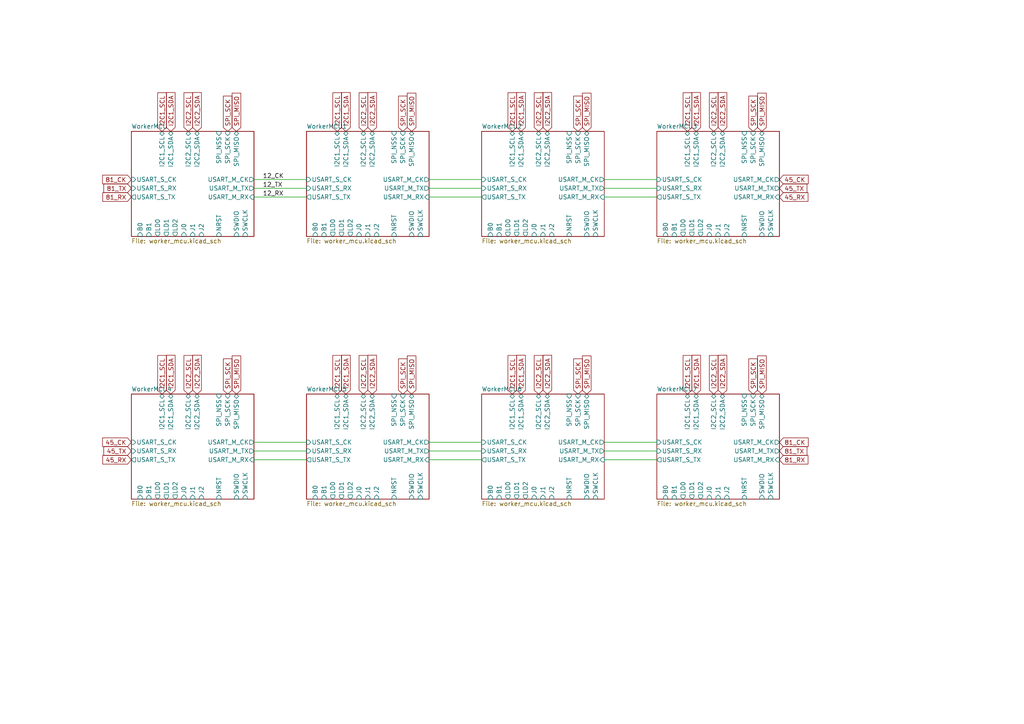
<source format=kicad_sch>
(kicad_sch
	(version 20250114)
	(generator "eeschema")
	(generator_version "9.0")
	(uuid "46be8da2-71c9-430f-bb11-49b740d55c30")
	(paper "A4")
	(lib_symbols)
	(wire
		(pts
			(xy 73.66 54.61) (xy 88.9 54.61)
		)
		(stroke
			(width 0)
			(type default)
		)
		(uuid "061c04fb-12a2-45ea-887d-b2831dc27386")
	)
	(wire
		(pts
			(xy 124.46 130.81) (xy 139.7 130.81)
		)
		(stroke
			(width 0)
			(type default)
		)
		(uuid "1389d054-3859-4dff-b7be-71d272c38a81")
	)
	(wire
		(pts
			(xy 124.46 57.15) (xy 139.7 57.15)
		)
		(stroke
			(width 0)
			(type default)
		)
		(uuid "17e414df-b4cb-4a44-a6b5-1101110ea06d")
	)
	(wire
		(pts
			(xy 175.26 54.61) (xy 190.5 54.61)
		)
		(stroke
			(width 0)
			(type default)
		)
		(uuid "25cd62ed-efb3-458b-99f7-c70ebdd7d658")
	)
	(wire
		(pts
			(xy 73.66 130.81) (xy 88.9 130.81)
		)
		(stroke
			(width 0)
			(type default)
		)
		(uuid "27bb50f6-efb4-4736-966e-e6e6cc7bc8ac")
	)
	(wire
		(pts
			(xy 124.46 52.07) (xy 139.7 52.07)
		)
		(stroke
			(width 0)
			(type default)
		)
		(uuid "3049164c-0e1d-41e3-bfe7-eabcc0e2df26")
	)
	(wire
		(pts
			(xy 175.26 57.15) (xy 190.5 57.15)
		)
		(stroke
			(width 0)
			(type default)
		)
		(uuid "3493f5b6-a49a-4ed9-8cdb-7e5b399b6196")
	)
	(wire
		(pts
			(xy 73.66 52.07) (xy 88.9 52.07)
		)
		(stroke
			(width 0)
			(type default)
		)
		(uuid "36f8a9b5-7d60-4893-af07-121304ad9b99")
	)
	(wire
		(pts
			(xy 73.66 57.15) (xy 88.9 57.15)
		)
		(stroke
			(width 0)
			(type default)
		)
		(uuid "4ddc2886-d561-4263-a3ae-4385c4834c94")
	)
	(wire
		(pts
			(xy 124.46 54.61) (xy 139.7 54.61)
		)
		(stroke
			(width 0)
			(type default)
		)
		(uuid "6b16f60a-78aa-4fe3-a082-6fbda311ef2f")
	)
	(wire
		(pts
			(xy 175.26 130.81) (xy 190.5 130.81)
		)
		(stroke
			(width 0)
			(type default)
		)
		(uuid "7a89f2f2-4360-49c2-b92d-6dd3ea2530a4")
	)
	(wire
		(pts
			(xy 175.26 52.07) (xy 190.5 52.07)
		)
		(stroke
			(width 0)
			(type default)
		)
		(uuid "80888ca1-9cd8-498e-bd5a-b567e532cca9")
	)
	(wire
		(pts
			(xy 175.26 133.35) (xy 190.5 133.35)
		)
		(stroke
			(width 0)
			(type default)
		)
		(uuid "8f984353-dd9f-4a8d-9ac8-77237d038299")
	)
	(wire
		(pts
			(xy 124.46 128.27) (xy 139.7 128.27)
		)
		(stroke
			(width 0)
			(type default)
		)
		(uuid "90634859-acc1-4ab5-a7a6-c0c509d01b46")
	)
	(wire
		(pts
			(xy 175.26 128.27) (xy 190.5 128.27)
		)
		(stroke
			(width 0)
			(type default)
		)
		(uuid "9d99e24f-48a5-43a2-a260-d4df43ecbb6c")
	)
	(wire
		(pts
			(xy 124.46 133.35) (xy 139.7 133.35)
		)
		(stroke
			(width 0)
			(type default)
		)
		(uuid "a0704a41-9539-42aa-92a5-0af33e1d580f")
	)
	(wire
		(pts
			(xy 73.66 128.27) (xy 88.9 128.27)
		)
		(stroke
			(width 0)
			(type default)
		)
		(uuid "c02d04ca-99bd-4ca0-b8cd-607b93f18a4b")
	)
	(wire
		(pts
			(xy 73.66 133.35) (xy 88.9 133.35)
		)
		(stroke
			(width 0)
			(type default)
		)
		(uuid "c3f23790-82d0-4400-9bc2-39ad6bbdce66")
	)
	(label "12_TX"
		(at 76.2 54.61 0)
		(effects
			(font
				(size 1.27 1.27)
			)
			(justify left bottom)
		)
		(uuid "1ddf2199-de57-4fa7-b017-2ed7fe074e33")
	)
	(label "12_CK"
		(at 76.2 52.07 0)
		(effects
			(font
				(size 1.27 1.27)
			)
			(justify left bottom)
		)
		(uuid "f03c397c-8eab-4de0-98c8-01b472abd922")
	)
	(label "12_RX"
		(at 76.2 57.15 0)
		(effects
			(font
				(size 1.27 1.27)
			)
			(justify left bottom)
		)
		(uuid "fcba7de3-8e7b-402a-837e-c48c3350b3f0")
	)
	(global_label "SPI_MISO"
		(shape input)
		(at 170.18 38.1 90)
		(fields_autoplaced yes)
		(effects
			(font
				(size 1.27 1.27)
			)
			(justify left)
		)
		(uuid "00111e11-9197-4cf8-823b-26620642d8ea")
		(property "Intersheetrefs" "${INTERSHEET_REFS}"
			(at 170.18 26.4667 90)
			(effects
				(font
					(size 1.27 1.27)
				)
				(justify left)
				(hide yes)
			)
		)
	)
	(global_label "81_TX"
		(shape input)
		(at 226.06 130.81 0)
		(fields_autoplaced yes)
		(effects
			(font
				(size 1.27 1.27)
			)
			(justify left)
		)
		(uuid "0cef9cbe-9b8b-4c3e-9541-0d0be4ad1d36")
		(property "Intersheetrefs" "${INTERSHEET_REFS}"
			(at 234.6089 130.81 0)
			(effects
				(font
					(size 1.27 1.27)
				)
				(justify left)
				(hide yes)
			)
		)
	)
	(global_label "81_CK"
		(shape input)
		(at 226.06 128.27 0)
		(fields_autoplaced yes)
		(effects
			(font
				(size 1.27 1.27)
			)
			(justify left)
		)
		(uuid "0f53f212-f32e-47fd-bf5c-46e6ce3a1b7a")
		(property "Intersheetrefs" "${INTERSHEET_REFS}"
			(at 234.9718 128.27 0)
			(effects
				(font
					(size 1.27 1.27)
				)
				(justify left)
				(hide yes)
			)
		)
	)
	(global_label "I2C2_SDA"
		(shape input)
		(at 57.15 38.1 90)
		(fields_autoplaced yes)
		(effects
			(font
				(size 1.27 1.27)
			)
			(justify left)
		)
		(uuid "105f2a45-7db4-4795-8b2c-53d9b60a8058")
		(property "Intersheetrefs" "${INTERSHEET_REFS}"
			(at 57.15 26.2853 90)
			(effects
				(font
					(size 1.27 1.27)
				)
				(justify left)
				(hide yes)
			)
		)
	)
	(global_label "I2C2_SCL"
		(shape input)
		(at 156.21 38.1 90)
		(fields_autoplaced yes)
		(effects
			(font
				(size 1.27 1.27)
			)
			(justify left)
		)
		(uuid "185891da-0c34-4a7f-b704-bd548fc18708")
		(property "Intersheetrefs" "${INTERSHEET_REFS}"
			(at 156.21 26.3458 90)
			(effects
				(font
					(size 1.27 1.27)
				)
				(justify left)
				(hide yes)
			)
		)
	)
	(global_label "SPI_MISO"
		(shape input)
		(at 220.98 114.3 90)
		(fields_autoplaced yes)
		(effects
			(font
				(size 1.27 1.27)
			)
			(justify left)
		)
		(uuid "23d0fe79-2bd1-4eaf-a142-eeaec3835d22")
		(property "Intersheetrefs" "${INTERSHEET_REFS}"
			(at 220.98 102.6667 90)
			(effects
				(font
					(size 1.27 1.27)
				)
				(justify left)
				(hide yes)
			)
		)
	)
	(global_label "I2C1_SCL"
		(shape input)
		(at 199.39 114.3 90)
		(fields_autoplaced yes)
		(effects
			(font
				(size 1.27 1.27)
			)
			(justify left)
		)
		(uuid "255b7d42-2ffb-472d-a46c-746c45b734ba")
		(property "Intersheetrefs" "${INTERSHEET_REFS}"
			(at 199.39 102.5458 90)
			(effects
				(font
					(size 1.27 1.27)
				)
				(justify left)
				(hide yes)
			)
		)
	)
	(global_label "SPI_MISO"
		(shape input)
		(at 220.98 38.1 90)
		(fields_autoplaced yes)
		(effects
			(font
				(size 1.27 1.27)
			)
			(justify left)
		)
		(uuid "2562ab1a-f55d-4b38-be48-0c0a30e4c7cf")
		(property "Intersheetrefs" "${INTERSHEET_REFS}"
			(at 220.98 26.4667 90)
			(effects
				(font
					(size 1.27 1.27)
				)
				(justify left)
				(hide yes)
			)
		)
	)
	(global_label "81_RX"
		(shape input)
		(at 38.1 57.15 180)
		(fields_autoplaced yes)
		(effects
			(font
				(size 1.27 1.27)
			)
			(justify right)
		)
		(uuid "268ff9ff-efb5-4b1d-8e39-78e21900c671")
		(property "Intersheetrefs" "${INTERSHEET_REFS}"
			(at 29.2487 57.15 0)
			(effects
				(font
					(size 1.27 1.27)
				)
				(justify right)
				(hide yes)
			)
		)
	)
	(global_label "SPI_MISO"
		(shape input)
		(at 68.58 38.1 90)
		(fields_autoplaced yes)
		(effects
			(font
				(size 1.27 1.27)
			)
			(justify left)
		)
		(uuid "29ff74b9-50e3-4421-96a7-205dde52e993")
		(property "Intersheetrefs" "${INTERSHEET_REFS}"
			(at 68.58 26.4667 90)
			(effects
				(font
					(size 1.27 1.27)
				)
				(justify left)
				(hide yes)
			)
		)
	)
	(global_label "I2C1_SDA"
		(shape input)
		(at 100.33 38.1 90)
		(fields_autoplaced yes)
		(effects
			(font
				(size 1.27 1.27)
			)
			(justify left)
		)
		(uuid "2ecdf230-66ba-41f7-ba91-bbb8588dc061")
		(property "Intersheetrefs" "${INTERSHEET_REFS}"
			(at 100.33 26.2853 90)
			(effects
				(font
					(size 1.27 1.27)
				)
				(justify left)
				(hide yes)
			)
		)
	)
	(global_label "45_RX"
		(shape input)
		(at 226.06 57.15 0)
		(fields_autoplaced yes)
		(effects
			(font
				(size 1.27 1.27)
			)
			(justify left)
		)
		(uuid "34711645-1aa4-481c-85a9-cd9429f3ef06")
		(property "Intersheetrefs" "${INTERSHEET_REFS}"
			(at 234.9113 57.15 0)
			(effects
				(font
					(size 1.27 1.27)
				)
				(justify left)
				(hide yes)
			)
		)
	)
	(global_label "I2C2_SDA"
		(shape input)
		(at 209.55 38.1 90)
		(fields_autoplaced yes)
		(effects
			(font
				(size 1.27 1.27)
			)
			(justify left)
		)
		(uuid "37ce2b9f-b816-457e-8e4d-45380260f28f")
		(property "Intersheetrefs" "${INTERSHEET_REFS}"
			(at 209.55 26.2853 90)
			(effects
				(font
					(size 1.27 1.27)
				)
				(justify left)
				(hide yes)
			)
		)
	)
	(global_label "I2C1_SDA"
		(shape input)
		(at 100.33 114.3 90)
		(fields_autoplaced yes)
		(effects
			(font
				(size 1.27 1.27)
			)
			(justify left)
		)
		(uuid "3d7a1bce-129b-46e1-85f9-22585b93c9c3")
		(property "Intersheetrefs" "${INTERSHEET_REFS}"
			(at 100.33 102.4853 90)
			(effects
				(font
					(size 1.27 1.27)
				)
				(justify left)
				(hide yes)
			)
		)
	)
	(global_label "81_CK"
		(shape input)
		(at 38.1 52.07 180)
		(fields_autoplaced yes)
		(effects
			(font
				(size 1.27 1.27)
			)
			(justify right)
		)
		(uuid "415b4f17-1077-4229-9217-04f40fb3e3c2")
		(property "Intersheetrefs" "${INTERSHEET_REFS}"
			(at 29.1882 52.07 0)
			(effects
				(font
					(size 1.27 1.27)
				)
				(justify right)
				(hide yes)
			)
		)
	)
	(global_label "81_RX"
		(shape input)
		(at 226.06 133.35 0)
		(fields_autoplaced yes)
		(effects
			(font
				(size 1.27 1.27)
			)
			(justify left)
		)
		(uuid "47a17986-25d1-4c49-806e-e22726b2e084")
		(property "Intersheetrefs" "${INTERSHEET_REFS}"
			(at 234.9113 133.35 0)
			(effects
				(font
					(size 1.27 1.27)
				)
				(justify left)
				(hide yes)
			)
		)
	)
	(global_label "I2C2_SDA"
		(shape input)
		(at 209.55 114.3 90)
		(fields_autoplaced yes)
		(effects
			(font
				(size 1.27 1.27)
			)
			(justify left)
		)
		(uuid "4823a591-ff91-402c-8f58-b0fcdd6b2b1b")
		(property "Intersheetrefs" "${INTERSHEET_REFS}"
			(at 209.55 102.4853 90)
			(effects
				(font
					(size 1.27 1.27)
				)
				(justify left)
				(hide yes)
			)
		)
	)
	(global_label "45_TX"
		(shape input)
		(at 226.06 54.61 0)
		(fields_autoplaced yes)
		(effects
			(font
				(size 1.27 1.27)
			)
			(justify left)
		)
		(uuid "4ca4a6fd-4f15-43f7-a110-1073c69c5cfd")
		(property "Intersheetrefs" "${INTERSHEET_REFS}"
			(at 234.6089 54.61 0)
			(effects
				(font
					(size 1.27 1.27)
				)
				(justify left)
				(hide yes)
			)
		)
	)
	(global_label "I2C1_SCL"
		(shape input)
		(at 97.79 38.1 90)
		(fields_autoplaced yes)
		(effects
			(font
				(size 1.27 1.27)
			)
			(justify left)
		)
		(uuid "4fe4c3b2-ad32-46b6-8ce1-04e0eeed0a4c")
		(property "Intersheetrefs" "${INTERSHEET_REFS}"
			(at 97.79 26.3458 90)
			(effects
				(font
					(size 1.27 1.27)
				)
				(justify left)
				(hide yes)
			)
		)
	)
	(global_label "I2C2_SCL"
		(shape input)
		(at 54.61 114.3 90)
		(fields_autoplaced yes)
		(effects
			(font
				(size 1.27 1.27)
			)
			(justify left)
		)
		(uuid "52d6b542-184e-4a2d-b64e-91fdc59077b1")
		(property "Intersheetrefs" "${INTERSHEET_REFS}"
			(at 54.61 102.5458 90)
			(effects
				(font
					(size 1.27 1.27)
				)
				(justify left)
				(hide yes)
			)
		)
	)
	(global_label "45_RX"
		(shape input)
		(at 38.1 133.35 180)
		(fields_autoplaced yes)
		(effects
			(font
				(size 1.27 1.27)
			)
			(justify right)
		)
		(uuid "5f071489-bff3-4363-a4b5-13b94e0905fb")
		(property "Intersheetrefs" "${INTERSHEET_REFS}"
			(at 29.2487 133.35 0)
			(effects
				(font
					(size 1.27 1.27)
				)
				(justify right)
				(hide yes)
			)
		)
	)
	(global_label "I2C2_SDA"
		(shape input)
		(at 57.15 114.3 90)
		(fields_autoplaced yes)
		(effects
			(font
				(size 1.27 1.27)
			)
			(justify left)
		)
		(uuid "6395b26f-812c-4468-8910-23063c4c7be1")
		(property "Intersheetrefs" "${INTERSHEET_REFS}"
			(at 57.15 102.4853 90)
			(effects
				(font
					(size 1.27 1.27)
				)
				(justify left)
				(hide yes)
			)
		)
	)
	(global_label "81_TX"
		(shape input)
		(at 38.1 54.61 180)
		(fields_autoplaced yes)
		(effects
			(font
				(size 1.27 1.27)
			)
			(justify right)
		)
		(uuid "6b53ba92-4988-4965-9bf9-056483bb8091")
		(property "Intersheetrefs" "${INTERSHEET_REFS}"
			(at 29.5511 54.61 0)
			(effects
				(font
					(size 1.27 1.27)
				)
				(justify right)
				(hide yes)
			)
		)
	)
	(global_label "SPI_SCK"
		(shape input)
		(at 66.04 38.1 90)
		(fields_autoplaced yes)
		(effects
			(font
				(size 1.27 1.27)
			)
			(justify left)
		)
		(uuid "6b69ca1f-4430-4644-8379-7163f9fc262b")
		(property "Intersheetrefs" "${INTERSHEET_REFS}"
			(at 66.04 27.3134 90)
			(effects
				(font
					(size 1.27 1.27)
				)
				(justify left)
				(hide yes)
			)
		)
	)
	(global_label "I2C2_SCL"
		(shape input)
		(at 156.21 114.3 90)
		(fields_autoplaced yes)
		(effects
			(font
				(size 1.27 1.27)
			)
			(justify left)
		)
		(uuid "738e365f-2453-4e07-bc43-9723d96481b4")
		(property "Intersheetrefs" "${INTERSHEET_REFS}"
			(at 156.21 102.5458 90)
			(effects
				(font
					(size 1.27 1.27)
				)
				(justify left)
				(hide yes)
			)
		)
	)
	(global_label "I2C1_SDA"
		(shape input)
		(at 49.53 38.1 90)
		(fields_autoplaced yes)
		(effects
			(font
				(size 1.27 1.27)
			)
			(justify left)
		)
		(uuid "767042b2-ed90-4aa6-b924-1b58d725c80a")
		(property "Intersheetrefs" "${INTERSHEET_REFS}"
			(at 49.53 26.2853 90)
			(effects
				(font
					(size 1.27 1.27)
				)
				(justify left)
				(hide yes)
			)
		)
	)
	(global_label "I2C2_SCL"
		(shape input)
		(at 207.01 114.3 90)
		(fields_autoplaced yes)
		(effects
			(font
				(size 1.27 1.27)
			)
			(justify left)
		)
		(uuid "7df19afa-3693-4361-9c9d-69d3e0391f07")
		(property "Intersheetrefs" "${INTERSHEET_REFS}"
			(at 207.01 102.5458 90)
			(effects
				(font
					(size 1.27 1.27)
				)
				(justify left)
				(hide yes)
			)
		)
	)
	(global_label "SPI_MISO"
		(shape input)
		(at 170.18 114.3 90)
		(fields_autoplaced yes)
		(effects
			(font
				(size 1.27 1.27)
			)
			(justify left)
		)
		(uuid "7e35b9fd-367b-40f6-b7f3-c4b2c395ac7f")
		(property "Intersheetrefs" "${INTERSHEET_REFS}"
			(at 170.18 102.6667 90)
			(effects
				(font
					(size 1.27 1.27)
				)
				(justify left)
				(hide yes)
			)
		)
	)
	(global_label "I2C1_SCL"
		(shape input)
		(at 199.39 38.1 90)
		(fields_autoplaced yes)
		(effects
			(font
				(size 1.27 1.27)
			)
			(justify left)
		)
		(uuid "81ade761-7b82-479d-9d24-6f5b5db11096")
		(property "Intersheetrefs" "${INTERSHEET_REFS}"
			(at 199.39 26.3458 90)
			(effects
				(font
					(size 1.27 1.27)
				)
				(justify left)
				(hide yes)
			)
		)
	)
	(global_label "I2C2_SDA"
		(shape input)
		(at 158.75 38.1 90)
		(fields_autoplaced yes)
		(effects
			(font
				(size 1.27 1.27)
			)
			(justify left)
		)
		(uuid "83bb66d6-a6bb-4d9e-8035-3e34c887fdc3")
		(property "Intersheetrefs" "${INTERSHEET_REFS}"
			(at 158.75 26.2853 90)
			(effects
				(font
					(size 1.27 1.27)
				)
				(justify left)
				(hide yes)
			)
		)
	)
	(global_label "SPI_SCK"
		(shape input)
		(at 218.44 114.3 90)
		(fields_autoplaced yes)
		(effects
			(font
				(size 1.27 1.27)
			)
			(justify left)
		)
		(uuid "8422565a-4f7b-4df3-9099-c178c4617867")
		(property "Intersheetrefs" "${INTERSHEET_REFS}"
			(at 218.44 103.5134 90)
			(effects
				(font
					(size 1.27 1.27)
				)
				(justify left)
				(hide yes)
			)
		)
	)
	(global_label "I2C1_SDA"
		(shape input)
		(at 201.93 38.1 90)
		(fields_autoplaced yes)
		(effects
			(font
				(size 1.27 1.27)
			)
			(justify left)
		)
		(uuid "84ff97e4-25b3-4662-8441-211c5a663df8")
		(property "Intersheetrefs" "${INTERSHEET_REFS}"
			(at 201.93 26.2853 90)
			(effects
				(font
					(size 1.27 1.27)
				)
				(justify left)
				(hide yes)
			)
		)
	)
	(global_label "SPI_SCK"
		(shape input)
		(at 167.64 114.3 90)
		(fields_autoplaced yes)
		(effects
			(font
				(size 1.27 1.27)
			)
			(justify left)
		)
		(uuid "8795d486-328a-4c57-8bc2-3e19568ee41a")
		(property "Intersheetrefs" "${INTERSHEET_REFS}"
			(at 167.64 103.5134 90)
			(effects
				(font
					(size 1.27 1.27)
				)
				(justify left)
				(hide yes)
			)
		)
	)
	(global_label "SPI_SCK"
		(shape input)
		(at 116.84 114.3 90)
		(fields_autoplaced yes)
		(effects
			(font
				(size 1.27 1.27)
			)
			(justify left)
		)
		(uuid "89badea5-df31-4c30-988e-6038e8b0c129")
		(property "Intersheetrefs" "${INTERSHEET_REFS}"
			(at 116.84 103.5134 90)
			(effects
				(font
					(size 1.27 1.27)
				)
				(justify left)
				(hide yes)
			)
		)
	)
	(global_label "SPI_SCK"
		(shape input)
		(at 218.44 38.1 90)
		(fields_autoplaced yes)
		(effects
			(font
				(size 1.27 1.27)
			)
			(justify left)
		)
		(uuid "8d40a0d5-de3e-4a84-a25b-ddf237e8eb6f")
		(property "Intersheetrefs" "${INTERSHEET_REFS}"
			(at 218.44 27.3134 90)
			(effects
				(font
					(size 1.27 1.27)
				)
				(justify left)
				(hide yes)
			)
		)
	)
	(global_label "I2C1_SCL"
		(shape input)
		(at 46.99 38.1 90)
		(fields_autoplaced yes)
		(effects
			(font
				(size 1.27 1.27)
			)
			(justify left)
		)
		(uuid "93111897-2abd-483c-952f-2bcbeab5dbd7")
		(property "Intersheetrefs" "${INTERSHEET_REFS}"
			(at 46.99 26.3458 90)
			(effects
				(font
					(size 1.27 1.27)
				)
				(justify left)
				(hide yes)
			)
		)
	)
	(global_label "I2C1_SDA"
		(shape input)
		(at 201.93 114.3 90)
		(fields_autoplaced yes)
		(effects
			(font
				(size 1.27 1.27)
			)
			(justify left)
		)
		(uuid "9840170c-4f8b-4e15-a32a-81a02ae3cf09")
		(property "Intersheetrefs" "${INTERSHEET_REFS}"
			(at 201.93 102.4853 90)
			(effects
				(font
					(size 1.27 1.27)
				)
				(justify left)
				(hide yes)
			)
		)
	)
	(global_label "SPI_SCK"
		(shape input)
		(at 66.04 114.3 90)
		(fields_autoplaced yes)
		(effects
			(font
				(size 1.27 1.27)
			)
			(justify left)
		)
		(uuid "99e4c9e6-040d-4d90-986c-3f829f26ac87")
		(property "Intersheetrefs" "${INTERSHEET_REFS}"
			(at 66.04 103.5134 90)
			(effects
				(font
					(size 1.27 1.27)
				)
				(justify left)
				(hide yes)
			)
		)
	)
	(global_label "I2C1_SCL"
		(shape input)
		(at 97.79 114.3 90)
		(fields_autoplaced yes)
		(effects
			(font
				(size 1.27 1.27)
			)
			(justify left)
		)
		(uuid "a3ff7cf9-f725-4f20-92ed-09e1d87d5f0a")
		(property "Intersheetrefs" "${INTERSHEET_REFS}"
			(at 97.79 102.5458 90)
			(effects
				(font
					(size 1.27 1.27)
				)
				(justify left)
				(hide yes)
			)
		)
	)
	(global_label "SPI_MISO"
		(shape input)
		(at 68.58 114.3 90)
		(fields_autoplaced yes)
		(effects
			(font
				(size 1.27 1.27)
			)
			(justify left)
		)
		(uuid "a53f1b34-a6d0-49ac-9ade-516e898e064f")
		(property "Intersheetrefs" "${INTERSHEET_REFS}"
			(at 68.58 102.6667 90)
			(effects
				(font
					(size 1.27 1.27)
				)
				(justify left)
				(hide yes)
			)
		)
	)
	(global_label "I2C2_SDA"
		(shape input)
		(at 107.95 38.1 90)
		(fields_autoplaced yes)
		(effects
			(font
				(size 1.27 1.27)
			)
			(justify left)
		)
		(uuid "a598cd0f-e8ea-4093-a4dc-379379bc2486")
		(property "Intersheetrefs" "${INTERSHEET_REFS}"
			(at 107.95 26.2853 90)
			(effects
				(font
					(size 1.27 1.27)
				)
				(justify left)
				(hide yes)
			)
		)
	)
	(global_label "SPI_MISO"
		(shape input)
		(at 119.38 114.3 90)
		(fields_autoplaced yes)
		(effects
			(font
				(size 1.27 1.27)
			)
			(justify left)
		)
		(uuid "a6760055-0a64-42ce-a442-cf71256e713e")
		(property "Intersheetrefs" "${INTERSHEET_REFS}"
			(at 119.38 102.6667 90)
			(effects
				(font
					(size 1.27 1.27)
				)
				(justify left)
				(hide yes)
			)
		)
	)
	(global_label "I2C1_SDA"
		(shape input)
		(at 49.53 114.3 90)
		(fields_autoplaced yes)
		(effects
			(font
				(size 1.27 1.27)
			)
			(justify left)
		)
		(uuid "b0117841-f490-4999-a7e0-523b49e0b644")
		(property "Intersheetrefs" "${INTERSHEET_REFS}"
			(at 49.53 102.4853 90)
			(effects
				(font
					(size 1.27 1.27)
				)
				(justify left)
				(hide yes)
			)
		)
	)
	(global_label "SPI_SCK"
		(shape input)
		(at 116.84 38.1 90)
		(fields_autoplaced yes)
		(effects
			(font
				(size 1.27 1.27)
			)
			(justify left)
		)
		(uuid "b31ea52e-6ad7-4be2-ba60-02de93b40f8f")
		(property "Intersheetrefs" "${INTERSHEET_REFS}"
			(at 116.84 27.3134 90)
			(effects
				(font
					(size 1.27 1.27)
				)
				(justify left)
				(hide yes)
			)
		)
	)
	(global_label "I2C1_SDA"
		(shape input)
		(at 151.13 114.3 90)
		(fields_autoplaced yes)
		(effects
			(font
				(size 1.27 1.27)
			)
			(justify left)
		)
		(uuid "ba277db5-cca6-4a97-b301-99959ea26b22")
		(property "Intersheetrefs" "${INTERSHEET_REFS}"
			(at 151.13 102.4853 90)
			(effects
				(font
					(size 1.27 1.27)
				)
				(justify left)
				(hide yes)
			)
		)
	)
	(global_label "I2C1_SCL"
		(shape input)
		(at 148.59 38.1 90)
		(fields_autoplaced yes)
		(effects
			(font
				(size 1.27 1.27)
			)
			(justify left)
		)
		(uuid "baaaf76d-af16-49dc-b12b-4b2f6133449b")
		(property "Intersheetrefs" "${INTERSHEET_REFS}"
			(at 148.59 26.3458 90)
			(effects
				(font
					(size 1.27 1.27)
				)
				(justify left)
				(hide yes)
			)
		)
	)
	(global_label "SPI_SCK"
		(shape input)
		(at 167.64 38.1 90)
		(fields_autoplaced yes)
		(effects
			(font
				(size 1.27 1.27)
			)
			(justify left)
		)
		(uuid "bb02a5b1-9f66-4be6-a367-a89f2ddc229a")
		(property "Intersheetrefs" "${INTERSHEET_REFS}"
			(at 167.64 27.3134 90)
			(effects
				(font
					(size 1.27 1.27)
				)
				(justify left)
				(hide yes)
			)
		)
	)
	(global_label "I2C1_SCL"
		(shape input)
		(at 46.99 114.3 90)
		(fields_autoplaced yes)
		(effects
			(font
				(size 1.27 1.27)
			)
			(justify left)
		)
		(uuid "bb906141-6a55-4783-ae2d-15cacf156502")
		(property "Intersheetrefs" "${INTERSHEET_REFS}"
			(at 46.99 102.5458 90)
			(effects
				(font
					(size 1.27 1.27)
				)
				(justify left)
				(hide yes)
			)
		)
	)
	(global_label "45_CK"
		(shape input)
		(at 226.06 52.07 0)
		(fields_autoplaced yes)
		(effects
			(font
				(size 1.27 1.27)
			)
			(justify left)
		)
		(uuid "c24d88eb-bc71-4165-abf2-343d46d7271e")
		(property "Intersheetrefs" "${INTERSHEET_REFS}"
			(at 234.9718 52.07 0)
			(effects
				(font
					(size 1.27 1.27)
				)
				(justify left)
				(hide yes)
			)
		)
	)
	(global_label "I2C2_SCL"
		(shape input)
		(at 54.61 38.1 90)
		(fields_autoplaced yes)
		(effects
			(font
				(size 1.27 1.27)
			)
			(justify left)
		)
		(uuid "c4316678-ca27-49f1-8c48-36568bff34bc")
		(property "Intersheetrefs" "${INTERSHEET_REFS}"
			(at 54.61 26.3458 90)
			(effects
				(font
					(size 1.27 1.27)
				)
				(justify left)
				(hide yes)
			)
		)
	)
	(global_label "I2C2_SCL"
		(shape input)
		(at 105.41 114.3 90)
		(fields_autoplaced yes)
		(effects
			(font
				(size 1.27 1.27)
			)
			(justify left)
		)
		(uuid "c754ba16-0a89-4c0e-ae7e-064b8753e0c3")
		(property "Intersheetrefs" "${INTERSHEET_REFS}"
			(at 105.41 102.5458 90)
			(effects
				(font
					(size 1.27 1.27)
				)
				(justify left)
				(hide yes)
			)
		)
	)
	(global_label "I2C1_SCL"
		(shape input)
		(at 148.59 114.3 90)
		(fields_autoplaced yes)
		(effects
			(font
				(size 1.27 1.27)
			)
			(justify left)
		)
		(uuid "c8116a9e-1f2b-44b7-92f1-0995dd17caa0")
		(property "Intersheetrefs" "${INTERSHEET_REFS}"
			(at 148.59 102.5458 90)
			(effects
				(font
					(size 1.27 1.27)
				)
				(justify left)
				(hide yes)
			)
		)
	)
	(global_label "I2C2_SDA"
		(shape input)
		(at 107.95 114.3 90)
		(fields_autoplaced yes)
		(effects
			(font
				(size 1.27 1.27)
			)
			(justify left)
		)
		(uuid "cccd496b-0579-4993-bdba-3955e60ce96a")
		(property "Intersheetrefs" "${INTERSHEET_REFS}"
			(at 107.95 102.4853 90)
			(effects
				(font
					(size 1.27 1.27)
				)
				(justify left)
				(hide yes)
			)
		)
	)
	(global_label "I2C2_SDA"
		(shape input)
		(at 158.75 114.3 90)
		(fields_autoplaced yes)
		(effects
			(font
				(size 1.27 1.27)
			)
			(justify left)
		)
		(uuid "d82562d8-57e2-4ba7-9594-1d0396d5b1eb")
		(property "Intersheetrefs" "${INTERSHEET_REFS}"
			(at 158.75 102.4853 90)
			(effects
				(font
					(size 1.27 1.27)
				)
				(justify left)
				(hide yes)
			)
		)
	)
	(global_label "45_TX"
		(shape input)
		(at 38.1 130.81 180)
		(fields_autoplaced yes)
		(effects
			(font
				(size 1.27 1.27)
			)
			(justify right)
		)
		(uuid "da2ea6c1-dcf2-469d-bfc5-a637271abfce")
		(property "Intersheetrefs" "${INTERSHEET_REFS}"
			(at 29.5511 130.81 0)
			(effects
				(font
					(size 1.27 1.27)
				)
				(justify right)
				(hide yes)
			)
		)
	)
	(global_label "I2C2_SCL"
		(shape input)
		(at 105.41 38.1 90)
		(fields_autoplaced yes)
		(effects
			(font
				(size 1.27 1.27)
			)
			(justify left)
		)
		(uuid "e13601ac-3717-4270-ac41-b48c02286cec")
		(property "Intersheetrefs" "${INTERSHEET_REFS}"
			(at 105.41 26.3458 90)
			(effects
				(font
					(size 1.27 1.27)
				)
				(justify left)
				(hide yes)
			)
		)
	)
	(global_label "SPI_MISO"
		(shape input)
		(at 119.38 38.1 90)
		(fields_autoplaced yes)
		(effects
			(font
				(size 1.27 1.27)
			)
			(justify left)
		)
		(uuid "e55c5f2f-f0e3-4d57-ad85-d8b306ae5f6b")
		(property "Intersheetrefs" "${INTERSHEET_REFS}"
			(at 119.38 26.4667 90)
			(effects
				(font
					(size 1.27 1.27)
				)
				(justify left)
				(hide yes)
			)
		)
	)
	(global_label "I2C2_SCL"
		(shape input)
		(at 207.01 38.1 90)
		(fields_autoplaced yes)
		(effects
			(font
				(size 1.27 1.27)
			)
			(justify left)
		)
		(uuid "f690c7e6-fbd0-404b-94c7-ccc888b36496")
		(property "Intersheetrefs" "${INTERSHEET_REFS}"
			(at 207.01 26.3458 90)
			(effects
				(font
					(size 1.27 1.27)
				)
				(justify left)
				(hide yes)
			)
		)
	)
	(global_label "45_CK"
		(shape input)
		(at 38.1 128.27 180)
		(fields_autoplaced yes)
		(effects
			(font
				(size 1.27 1.27)
			)
			(justify right)
		)
		(uuid "f8bbb663-f3f3-47cb-8d37-1df2f4afa81b")
		(property "Intersheetrefs" "${INTERSHEET_REFS}"
			(at 29.1882 128.27 0)
			(effects
				(font
					(size 1.27 1.27)
				)
				(justify right)
				(hide yes)
			)
		)
	)
	(global_label "I2C1_SDA"
		(shape input)
		(at 151.13 38.1 90)
		(fields_autoplaced yes)
		(effects
			(font
				(size 1.27 1.27)
			)
			(justify left)
		)
		(uuid "f9ba0cce-e466-4643-9da3-c44dedc28d52")
		(property "Intersheetrefs" "${INTERSHEET_REFS}"
			(at 151.13 26.2853 90)
			(effects
				(font
					(size 1.27 1.27)
				)
				(justify left)
				(hide yes)
			)
		)
	)
	(sheet
		(at 38.1 114.3)
		(size 35.56 30.48)
		(exclude_from_sim no)
		(in_bom yes)
		(on_board yes)
		(dnp no)
		(fields_autoplaced yes)
		(stroke
			(width 0.1524)
			(type solid)
		)
		(fill
			(color 0 0 0 0.0000)
		)
		(uuid "535fbe94-0de2-42a8-a434-27f992585a8c")
		(property "Sheetname" "WorkerMCU4"
			(at 38.1 113.5884 0)
			(effects
				(font
					(size 1.27 1.27)
				)
				(justify left bottom)
			)
		)
		(property "Sheetfile" "worker_mcu.kicad_sch"
			(at 38.1 145.3646 0)
			(effects
				(font
					(size 1.27 1.27)
				)
				(justify left top)
			)
		)
		(pin "I2C2_SCL" bidirectional
			(at 54.61 114.3 90)
			(uuid "8ba88b34-8f77-4aac-86cc-4f911b9b0662")
			(effects
				(font
					(size 1.27 1.27)
				)
				(justify right)
			)
		)
		(pin "NRST" input
			(at 63.5 144.78 270)
			(uuid "3d02fbaf-ce09-480b-b478-60c89c3e7ec9")
			(effects
				(font
					(size 1.27 1.27)
				)
				(justify left)
			)
		)
		(pin "USART_M_CK" output
			(at 73.66 128.27 0)
			(uuid "e7895cad-a6a4-495f-ab92-e94b9b07a786")
			(effects
				(font
					(size 1.27 1.27)
				)
				(justify right)
			)
		)
		(pin "B1" input
			(at 43.18 144.78 270)
			(uuid "0741f5cf-29ab-4c7f-960d-166586f7c75b")
			(effects
				(font
					(size 1.27 1.27)
				)
				(justify left)
			)
		)
		(pin "SPI_SCK" input
			(at 66.04 114.3 90)
			(uuid "be0f0c21-0afd-4af0-b4af-cb618daf5dd8")
			(effects
				(font
					(size 1.27 1.27)
				)
				(justify right)
			)
		)
		(pin "LD1" output
			(at 48.26 144.78 270)
			(uuid "dbae7e94-d9be-429f-b39f-7d92c40c8a7f")
			(effects
				(font
					(size 1.27 1.27)
				)
				(justify left)
			)
		)
		(pin "B0" input
			(at 40.64 144.78 270)
			(uuid "5451ce2d-c8de-44eb-984a-33629b249479")
			(effects
				(font
					(size 1.27 1.27)
				)
				(justify left)
			)
		)
		(pin "LD2" output
			(at 50.8 144.78 270)
			(uuid "8175e862-0bea-4bee-abd8-1c495916406e")
			(effects
				(font
					(size 1.27 1.27)
				)
				(justify left)
			)
		)
		(pin "SWDIO" input
			(at 68.58 144.78 270)
			(uuid "31f14d28-173b-4db5-878b-60699eb9a413")
			(effects
				(font
					(size 1.27 1.27)
				)
				(justify left)
			)
		)
		(pin "LD0" output
			(at 45.72 144.78 270)
			(uuid "06958128-00f7-4136-b05d-05bf7001396f")
			(effects
				(font
					(size 1.27 1.27)
				)
				(justify left)
			)
		)
		(pin "J1" input
			(at 55.88 144.78 270)
			(uuid "9203ca2c-2df1-4979-b4c1-251512b864c2")
			(effects
				(font
					(size 1.27 1.27)
				)
				(justify left)
			)
		)
		(pin "SPI_NSS" input
			(at 63.5 114.3 90)
			(uuid "8e4dd99a-6c3e-4ba6-b8d6-66e94883c1e1")
			(effects
				(font
					(size 1.27 1.27)
				)
				(justify right)
			)
		)
		(pin "SWCLK" input
			(at 71.12 144.78 270)
			(uuid "884212bb-b068-4379-82a0-28c254de7640")
			(effects
				(font
					(size 1.27 1.27)
				)
				(justify left)
			)
		)
		(pin "J0" input
			(at 53.34 144.78 270)
			(uuid "aace3155-22a1-407a-bfa3-32d40399b573")
			(effects
				(font
					(size 1.27 1.27)
				)
				(justify left)
			)
		)
		(pin "I2C2_SDA" bidirectional
			(at 57.15 114.3 90)
			(uuid "0d1a51c9-8afa-447e-846f-b864d26d51a9")
			(effects
				(font
					(size 1.27 1.27)
				)
				(justify right)
			)
		)
		(pin "USART_S_TX" output
			(at 38.1 133.35 180)
			(uuid "b3bb067b-8130-406f-9dae-1d6374728873")
			(effects
				(font
					(size 1.27 1.27)
				)
				(justify left)
			)
		)
		(pin "J2" input
			(at 58.42 144.78 270)
			(uuid "dc16fe89-c4f8-470a-a1e6-0392373bfeb8")
			(effects
				(font
					(size 1.27 1.27)
				)
				(justify left)
			)
		)
		(pin "USART_S_CK" input
			(at 38.1 128.27 180)
			(uuid "fdadc66c-1ecb-4196-8aa0-bebf8f551f4d")
			(effects
				(font
					(size 1.27 1.27)
				)
				(justify left)
			)
		)
		(pin "SPI_MISO" bidirectional
			(at 68.58 114.3 90)
			(uuid "dbcaaa8d-b040-4afd-8ed0-81bba88f6563")
			(effects
				(font
					(size 1.27 1.27)
				)
				(justify right)
			)
		)
		(pin "USART_S_RX" input
			(at 38.1 130.81 180)
			(uuid "73dd25de-dc2c-44aa-94c0-a181fef326c4")
			(effects
				(font
					(size 1.27 1.27)
				)
				(justify left)
			)
		)
		(pin "USART_M_RX" input
			(at 73.66 133.35 0)
			(uuid "0015fbb3-a44f-4b78-80af-a496f33936c5")
			(effects
				(font
					(size 1.27 1.27)
				)
				(justify right)
			)
		)
		(pin "USART_M_TX" output
			(at 73.66 130.81 0)
			(uuid "1aa6717b-df2c-4e7e-bde8-bb0bce6a2d07")
			(effects
				(font
					(size 1.27 1.27)
				)
				(justify right)
			)
		)
		(pin "I2C1_SCL" bidirectional
			(at 46.99 114.3 90)
			(uuid "7d21a2bb-6b5f-4dcc-bed0-906c6dfa4ab7")
			(effects
				(font
					(size 1.27 1.27)
				)
				(justify right)
			)
		)
		(pin "I2C1_SDA" bidirectional
			(at 49.53 114.3 90)
			(uuid "6e51e4f8-d819-43ea-a333-21491a2941d6")
			(effects
				(font
					(size 1.27 1.27)
				)
				(justify right)
			)
		)
		(instances
			(project "unit"
				(path "/46be8da2-71c9-430f-bb11-49b740d55c30"
					(page "6")
				)
			)
		)
	)
	(sheet
		(at 190.5 114.3)
		(size 35.56 30.48)
		(exclude_from_sim no)
		(in_bom yes)
		(on_board yes)
		(dnp no)
		(fields_autoplaced yes)
		(stroke
			(width 0.1524)
			(type solid)
		)
		(fill
			(color 0 0 0 0.0000)
		)
		(uuid "5650d236-a8e7-4764-ac61-914163591858")
		(property "Sheetname" "WorkerMCU7"
			(at 190.5 113.5884 0)
			(effects
				(font
					(size 1.27 1.27)
				)
				(justify left bottom)
			)
		)
		(property "Sheetfile" "worker_mcu.kicad_sch"
			(at 190.5 145.3646 0)
			(effects
				(font
					(size 1.27 1.27)
				)
				(justify left top)
			)
		)
		(pin "I2C2_SCL" bidirectional
			(at 207.01 114.3 90)
			(uuid "3cdea13e-459a-44b2-a1a2-f0898b89d216")
			(effects
				(font
					(size 1.27 1.27)
				)
				(justify right)
			)
		)
		(pin "NRST" input
			(at 215.9 144.78 270)
			(uuid "750983e9-9fe4-4019-a119-c1791645e252")
			(effects
				(font
					(size 1.27 1.27)
				)
				(justify left)
			)
		)
		(pin "USART_M_CK" output
			(at 226.06 128.27 0)
			(uuid "1159df94-fa19-4f27-9888-6fbb403ee37e")
			(effects
				(font
					(size 1.27 1.27)
				)
				(justify right)
			)
		)
		(pin "B1" input
			(at 195.58 144.78 270)
			(uuid "763d3994-d4c8-427d-917f-10742abe84f0")
			(effects
				(font
					(size 1.27 1.27)
				)
				(justify left)
			)
		)
		(pin "SPI_SCK" input
			(at 218.44 114.3 90)
			(uuid "39e241b2-ba3a-42a8-b6b4-c1375a80ef8a")
			(effects
				(font
					(size 1.27 1.27)
				)
				(justify right)
			)
		)
		(pin "LD1" output
			(at 200.66 144.78 270)
			(uuid "244b93fe-4897-4cf3-a317-8157cd2ed2da")
			(effects
				(font
					(size 1.27 1.27)
				)
				(justify left)
			)
		)
		(pin "B0" input
			(at 193.04 144.78 270)
			(uuid "35bef623-498e-4a53-b66e-c849c87f3b77")
			(effects
				(font
					(size 1.27 1.27)
				)
				(justify left)
			)
		)
		(pin "LD2" output
			(at 203.2 144.78 270)
			(uuid "cdfd331a-7a8d-4b1a-9efe-5efc8baa87d4")
			(effects
				(font
					(size 1.27 1.27)
				)
				(justify left)
			)
		)
		(pin "SWDIO" input
			(at 220.98 144.78 270)
			(uuid "b8277cac-2e48-4c32-b862-693c344763de")
			(effects
				(font
					(size 1.27 1.27)
				)
				(justify left)
			)
		)
		(pin "LD0" output
			(at 198.12 144.78 270)
			(uuid "5c225b75-4b27-4ae0-9a6e-62eff19ba39d")
			(effects
				(font
					(size 1.27 1.27)
				)
				(justify left)
			)
		)
		(pin "J1" input
			(at 208.28 144.78 270)
			(uuid "7afcd0eb-f0a5-4439-b3cd-b6b296fde5e8")
			(effects
				(font
					(size 1.27 1.27)
				)
				(justify left)
			)
		)
		(pin "SPI_NSS" input
			(at 215.9 114.3 90)
			(uuid "d8dd6d42-b1ed-46fd-b2fc-44d5dc3c27b6")
			(effects
				(font
					(size 1.27 1.27)
				)
				(justify right)
			)
		)
		(pin "SWCLK" input
			(at 223.52 144.78 270)
			(uuid "ef0e4a7c-6342-4946-8d86-4fad10170949")
			(effects
				(font
					(size 1.27 1.27)
				)
				(justify left)
			)
		)
		(pin "J0" input
			(at 205.74 144.78 270)
			(uuid "35ba59d0-889a-435e-b435-c70c8885016c")
			(effects
				(font
					(size 1.27 1.27)
				)
				(justify left)
			)
		)
		(pin "I2C2_SDA" bidirectional
			(at 209.55 114.3 90)
			(uuid "735e0cff-83f8-4dc5-99a5-7646bdb3d1c1")
			(effects
				(font
					(size 1.27 1.27)
				)
				(justify right)
			)
		)
		(pin "USART_S_TX" output
			(at 190.5 133.35 180)
			(uuid "bdff5c3e-75c9-4f75-af90-47777b45a322")
			(effects
				(font
					(size 1.27 1.27)
				)
				(justify left)
			)
		)
		(pin "J2" input
			(at 210.82 144.78 270)
			(uuid "cf478c03-4964-4d82-bf20-21466da9134c")
			(effects
				(font
					(size 1.27 1.27)
				)
				(justify left)
			)
		)
		(pin "USART_S_CK" input
			(at 190.5 128.27 180)
			(uuid "5f05adb8-eb13-4c9f-a40b-3ab508088706")
			(effects
				(font
					(size 1.27 1.27)
				)
				(justify left)
			)
		)
		(pin "SPI_MISO" bidirectional
			(at 220.98 114.3 90)
			(uuid "e7c3980e-6254-4f5a-9dae-e7905d082c12")
			(effects
				(font
					(size 1.27 1.27)
				)
				(justify right)
			)
		)
		(pin "USART_S_RX" input
			(at 190.5 130.81 180)
			(uuid "7085f1ba-212a-4de6-a28d-2e69b55b3666")
			(effects
				(font
					(size 1.27 1.27)
				)
				(justify left)
			)
		)
		(pin "USART_M_RX" input
			(at 226.06 133.35 0)
			(uuid "2e7d5034-03cf-4817-95f0-70cc7b09e63e")
			(effects
				(font
					(size 1.27 1.27)
				)
				(justify right)
			)
		)
		(pin "USART_M_TX" output
			(at 226.06 130.81 0)
			(uuid "f6103c85-553c-43dc-bd13-4704540b0c83")
			(effects
				(font
					(size 1.27 1.27)
				)
				(justify right)
			)
		)
		(pin "I2C1_SCL" bidirectional
			(at 199.39 114.3 90)
			(uuid "53ccfcf7-d685-4b66-ba7d-d5d58c1c0dac")
			(effects
				(font
					(size 1.27 1.27)
				)
				(justify right)
			)
		)
		(pin "I2C1_SDA" bidirectional
			(at 201.93 114.3 90)
			(uuid "1b789628-a6ca-4dfd-936b-fc641f30db0a")
			(effects
				(font
					(size 1.27 1.27)
				)
				(justify right)
			)
		)
		(instances
			(project "unit"
				(path "/46be8da2-71c9-430f-bb11-49b740d55c30"
					(page "9")
				)
			)
		)
	)
	(sheet
		(at 139.7 38.1)
		(size 35.56 30.48)
		(exclude_from_sim no)
		(in_bom yes)
		(on_board yes)
		(dnp no)
		(fields_autoplaced yes)
		(stroke
			(width 0.1524)
			(type solid)
		)
		(fill
			(color 0 0 0 0.0000)
		)
		(uuid "85ff3b8a-cc22-4f59-9876-ea8a9ee62658")
		(property "Sheetname" "WorkerMCU2"
			(at 139.7 37.3884 0)
			(effects
				(font
					(size 1.27 1.27)
				)
				(justify left bottom)
			)
		)
		(property "Sheetfile" "worker_mcu.kicad_sch"
			(at 139.7 69.1646 0)
			(effects
				(font
					(size 1.27 1.27)
				)
				(justify left top)
			)
		)
		(pin "I2C2_SCL" bidirectional
			(at 156.21 38.1 90)
			(uuid "c9068c8a-df91-48a7-9a62-217c25b15aa3")
			(effects
				(font
					(size 1.27 1.27)
				)
				(justify right)
			)
		)
		(pin "NRST" input
			(at 165.1 68.58 270)
			(uuid "254a3168-8591-4bb1-99fa-91d4aa67c9fd")
			(effects
				(font
					(size 1.27 1.27)
				)
				(justify left)
			)
		)
		(pin "USART_M_CK" output
			(at 175.26 52.07 0)
			(uuid "cdaff6fe-f048-4b5f-beff-896a0f890c2e")
			(effects
				(font
					(size 1.27 1.27)
				)
				(justify right)
			)
		)
		(pin "B1" input
			(at 144.78 68.58 270)
			(uuid "2fdd4839-8629-48a5-9309-fccb357b1b25")
			(effects
				(font
					(size 1.27 1.27)
				)
				(justify left)
			)
		)
		(pin "SPI_SCK" input
			(at 167.64 38.1 90)
			(uuid "06bbfa1f-5b61-4a33-9776-5d96ebb75a0f")
			(effects
				(font
					(size 1.27 1.27)
				)
				(justify right)
			)
		)
		(pin "LD1" output
			(at 149.86 68.58 270)
			(uuid "0d98a3f6-f42a-42ae-b87b-eca100c76d5c")
			(effects
				(font
					(size 1.27 1.27)
				)
				(justify left)
			)
		)
		(pin "B0" input
			(at 142.24 68.58 270)
			(uuid "ba131ac3-a0d4-48be-9476-5fe7d79f9c81")
			(effects
				(font
					(size 1.27 1.27)
				)
				(justify left)
			)
		)
		(pin "LD2" output
			(at 152.4 68.58 270)
			(uuid "f678e690-6a55-4a7a-9075-94ecbe10c2fc")
			(effects
				(font
					(size 1.27 1.27)
				)
				(justify left)
			)
		)
		(pin "SWDIO" input
			(at 170.18 68.58 270)
			(uuid "2d026c54-e5bc-4c5f-ac08-ce3b1676ced7")
			(effects
				(font
					(size 1.27 1.27)
				)
				(justify left)
			)
		)
		(pin "LD0" output
			(at 147.32 68.58 270)
			(uuid "d3eed1b3-5a5d-4c97-98cb-0868ed3eec82")
			(effects
				(font
					(size 1.27 1.27)
				)
				(justify left)
			)
		)
		(pin "J1" input
			(at 157.48 68.58 270)
			(uuid "7ca2ddf5-1c94-410f-a78e-8f101ee52cc7")
			(effects
				(font
					(size 1.27 1.27)
				)
				(justify left)
			)
		)
		(pin "SPI_NSS" input
			(at 165.1 38.1 90)
			(uuid "17d87c93-3810-496a-b932-8bde60bec186")
			(effects
				(font
					(size 1.27 1.27)
				)
				(justify right)
			)
		)
		(pin "SWCLK" input
			(at 172.72 68.58 270)
			(uuid "5e1cdf3a-b728-42fe-bbe5-fad09ebc5789")
			(effects
				(font
					(size 1.27 1.27)
				)
				(justify left)
			)
		)
		(pin "J0" input
			(at 154.94 68.58 270)
			(uuid "46acc51d-60a0-4946-a5f2-1df55e84061b")
			(effects
				(font
					(size 1.27 1.27)
				)
				(justify left)
			)
		)
		(pin "I2C2_SDA" bidirectional
			(at 158.75 38.1 90)
			(uuid "0eb8404c-1ebc-47ea-94a5-6df10396ea57")
			(effects
				(font
					(size 1.27 1.27)
				)
				(justify right)
			)
		)
		(pin "USART_S_TX" output
			(at 139.7 57.15 180)
			(uuid "7d2998b4-cbc5-42ab-9875-0b9c6111b661")
			(effects
				(font
					(size 1.27 1.27)
				)
				(justify left)
			)
		)
		(pin "J2" input
			(at 160.02 68.58 270)
			(uuid "f2877e6a-e496-4e70-a7e5-68212ed08923")
			(effects
				(font
					(size 1.27 1.27)
				)
				(justify left)
			)
		)
		(pin "USART_S_CK" input
			(at 139.7 52.07 180)
			(uuid "0ba9416a-d2ec-4310-a887-01a9cd431123")
			(effects
				(font
					(size 1.27 1.27)
				)
				(justify left)
			)
		)
		(pin "SPI_MISO" bidirectional
			(at 170.18 38.1 90)
			(uuid "97dfb8a3-9172-45ce-9f67-1cea22b9a1a0")
			(effects
				(font
					(size 1.27 1.27)
				)
				(justify right)
			)
		)
		(pin "USART_S_RX" input
			(at 139.7 54.61 180)
			(uuid "90327fb5-582f-416f-8c1d-53d110151f53")
			(effects
				(font
					(size 1.27 1.27)
				)
				(justify left)
			)
		)
		(pin "USART_M_RX" input
			(at 175.26 57.15 0)
			(uuid "a7ec2b86-77bf-4162-94b4-39243b181f53")
			(effects
				(font
					(size 1.27 1.27)
				)
				(justify right)
			)
		)
		(pin "USART_M_TX" output
			(at 175.26 54.61 0)
			(uuid "adb08d39-2d53-4cf2-8462-2dbececa431b")
			(effects
				(font
					(size 1.27 1.27)
				)
				(justify right)
			)
		)
		(pin "I2C1_SCL" bidirectional
			(at 148.59 38.1 90)
			(uuid "6713088f-0ae6-4a4c-9ed4-43c72444dfcb")
			(effects
				(font
					(size 1.27 1.27)
				)
				(justify right)
			)
		)
		(pin "I2C1_SDA" bidirectional
			(at 151.13 38.1 90)
			(uuid "054e4cdb-75e1-4e36-af0d-4d9e1db4e4d1")
			(effects
				(font
					(size 1.27 1.27)
				)
				(justify right)
			)
		)
		(instances
			(project "unit"
				(path "/46be8da2-71c9-430f-bb11-49b740d55c30"
					(page "4")
				)
			)
		)
	)
	(sheet
		(at 88.9 114.3)
		(size 35.56 30.48)
		(exclude_from_sim no)
		(in_bom yes)
		(on_board yes)
		(dnp no)
		(fields_autoplaced yes)
		(stroke
			(width 0.1524)
			(type solid)
		)
		(fill
			(color 0 0 0 0.0000)
		)
		(uuid "8b353fae-1889-4896-9e94-51b9f1287c7a")
		(property "Sheetname" "WorkerMCU5"
			(at 88.9 113.5884 0)
			(effects
				(font
					(size 1.27 1.27)
				)
				(justify left bottom)
			)
		)
		(property "Sheetfile" "worker_mcu.kicad_sch"
			(at 88.9 145.3646 0)
			(effects
				(font
					(size 1.27 1.27)
				)
				(justify left top)
			)
		)
		(pin "I2C2_SCL" bidirectional
			(at 105.41 114.3 90)
			(uuid "3b8ef198-7faa-4eb1-b3e9-f679ed393e21")
			(effects
				(font
					(size 1.27 1.27)
				)
				(justify right)
			)
		)
		(pin "NRST" input
			(at 114.3 144.78 270)
			(uuid "b45b0636-b047-427c-852f-c7a8a0b09ba4")
			(effects
				(font
					(size 1.27 1.27)
				)
				(justify left)
			)
		)
		(pin "USART_M_CK" output
			(at 124.46 128.27 0)
			(uuid "042e3655-886b-4642-9641-f1ea00c716e7")
			(effects
				(font
					(size 1.27 1.27)
				)
				(justify right)
			)
		)
		(pin "B1" input
			(at 93.98 144.78 270)
			(uuid "df77ef72-24d3-44ea-9ea3-7a03e62f218a")
			(effects
				(font
					(size 1.27 1.27)
				)
				(justify left)
			)
		)
		(pin "SPI_SCK" input
			(at 116.84 114.3 90)
			(uuid "f1c28497-10c7-4f89-94d1-76dcb7054945")
			(effects
				(font
					(size 1.27 1.27)
				)
				(justify right)
			)
		)
		(pin "LD1" output
			(at 99.06 144.78 270)
			(uuid "f3e09869-8779-47a3-bd08-f3d1522b0244")
			(effects
				(font
					(size 1.27 1.27)
				)
				(justify left)
			)
		)
		(pin "B0" input
			(at 91.44 144.78 270)
			(uuid "9e7e7a8a-a0d3-4d5b-beab-78e51a57f55f")
			(effects
				(font
					(size 1.27 1.27)
				)
				(justify left)
			)
		)
		(pin "LD2" output
			(at 101.6 144.78 270)
			(uuid "79638628-d425-40c2-94d1-86a67a3851a7")
			(effects
				(font
					(size 1.27 1.27)
				)
				(justify left)
			)
		)
		(pin "SWDIO" input
			(at 119.38 144.78 270)
			(uuid "7f22cb04-2a31-426b-9e7b-9c55f1a9b83f")
			(effects
				(font
					(size 1.27 1.27)
				)
				(justify left)
			)
		)
		(pin "LD0" output
			(at 96.52 144.78 270)
			(uuid "446e6ff7-096f-4179-8228-4e471fe31fa2")
			(effects
				(font
					(size 1.27 1.27)
				)
				(justify left)
			)
		)
		(pin "J1" input
			(at 106.68 144.78 270)
			(uuid "17c2c974-d50d-41b9-b138-d46c3fda2b98")
			(effects
				(font
					(size 1.27 1.27)
				)
				(justify left)
			)
		)
		(pin "SPI_NSS" input
			(at 114.3 114.3 90)
			(uuid "021f22d9-0df5-41a8-b29f-084e06901076")
			(effects
				(font
					(size 1.27 1.27)
				)
				(justify right)
			)
		)
		(pin "SWCLK" input
			(at 121.92 144.78 270)
			(uuid "2aa69c83-b44c-48df-b292-6228fb1905ad")
			(effects
				(font
					(size 1.27 1.27)
				)
				(justify left)
			)
		)
		(pin "J0" input
			(at 104.14 144.78 270)
			(uuid "7c4dadbf-dfa2-43d1-973c-04342f63536f")
			(effects
				(font
					(size 1.27 1.27)
				)
				(justify left)
			)
		)
		(pin "I2C2_SDA" bidirectional
			(at 107.95 114.3 90)
			(uuid "2d94ef04-0d65-44ea-8f22-edea22aa1206")
			(effects
				(font
					(size 1.27 1.27)
				)
				(justify right)
			)
		)
		(pin "USART_S_TX" output
			(at 88.9 133.35 180)
			(uuid "7ec8c938-f33d-4090-8829-009fbeb46e12")
			(effects
				(font
					(size 1.27 1.27)
				)
				(justify left)
			)
		)
		(pin "J2" input
			(at 109.22 144.78 270)
			(uuid "88c5b718-0b09-4aff-9d09-393252605fe4")
			(effects
				(font
					(size 1.27 1.27)
				)
				(justify left)
			)
		)
		(pin "USART_S_CK" input
			(at 88.9 128.27 180)
			(uuid "3ec6edf1-3789-4df8-9df0-d6a01a31e26f")
			(effects
				(font
					(size 1.27 1.27)
				)
				(justify left)
			)
		)
		(pin "SPI_MISO" bidirectional
			(at 119.38 114.3 90)
			(uuid "a281400c-d53b-476f-9930-47bb628b6d35")
			(effects
				(font
					(size 1.27 1.27)
				)
				(justify right)
			)
		)
		(pin "USART_S_RX" input
			(at 88.9 130.81 180)
			(uuid "141f025f-38aa-45fa-aac2-f7da22936b08")
			(effects
				(font
					(size 1.27 1.27)
				)
				(justify left)
			)
		)
		(pin "USART_M_RX" input
			(at 124.46 133.35 0)
			(uuid "f8f9db5b-1968-4ef2-bbbb-b5ee34771bb7")
			(effects
				(font
					(size 1.27 1.27)
				)
				(justify right)
			)
		)
		(pin "USART_M_TX" output
			(at 124.46 130.81 0)
			(uuid "12e0c6b2-d274-4b74-879f-1622ee0a831e")
			(effects
				(font
					(size 1.27 1.27)
				)
				(justify right)
			)
		)
		(pin "I2C1_SCL" bidirectional
			(at 97.79 114.3 90)
			(uuid "45947df9-8ad1-4ecf-b312-3271b86a6f03")
			(effects
				(font
					(size 1.27 1.27)
				)
				(justify right)
			)
		)
		(pin "I2C1_SDA" bidirectional
			(at 100.33 114.3 90)
			(uuid "25658cc5-c3d6-4584-b2fa-e05cd08179b6")
			(effects
				(font
					(size 1.27 1.27)
				)
				(justify right)
			)
		)
		(instances
			(project "unit"
				(path "/46be8da2-71c9-430f-bb11-49b740d55c30"
					(page "7")
				)
			)
		)
	)
	(sheet
		(at 139.7 114.3)
		(size 35.56 30.48)
		(exclude_from_sim no)
		(in_bom yes)
		(on_board yes)
		(dnp no)
		(fields_autoplaced yes)
		(stroke
			(width 0.1524)
			(type solid)
		)
		(fill
			(color 0 0 0 0.0000)
		)
		(uuid "93e42330-f89b-4dbb-b1e9-313ac036a425")
		(property "Sheetname" "WorkerMCU6"
			(at 139.7 113.5884 0)
			(effects
				(font
					(size 1.27 1.27)
				)
				(justify left bottom)
			)
		)
		(property "Sheetfile" "worker_mcu.kicad_sch"
			(at 139.7 145.3646 0)
			(effects
				(font
					(size 1.27 1.27)
				)
				(justify left top)
			)
		)
		(pin "I2C2_SCL" bidirectional
			(at 156.21 114.3 90)
			(uuid "6af92408-7652-4b49-8223-739fc18fa255")
			(effects
				(font
					(size 1.27 1.27)
				)
				(justify right)
			)
		)
		(pin "NRST" input
			(at 165.1 144.78 270)
			(uuid "773f103d-e541-42d3-be6f-3d791ecb8a5d")
			(effects
				(font
					(size 1.27 1.27)
				)
				(justify left)
			)
		)
		(pin "USART_M_CK" output
			(at 175.26 128.27 0)
			(uuid "f5b0ab5b-4d1d-4093-a75f-b44b5400c6fc")
			(effects
				(font
					(size 1.27 1.27)
				)
				(justify right)
			)
		)
		(pin "B1" input
			(at 144.78 144.78 270)
			(uuid "9a470c53-9418-4285-995c-38232b059017")
			(effects
				(font
					(size 1.27 1.27)
				)
				(justify left)
			)
		)
		(pin "SPI_SCK" input
			(at 167.64 114.3 90)
			(uuid "b6dbe884-891c-4738-b06d-216231eea341")
			(effects
				(font
					(size 1.27 1.27)
				)
				(justify right)
			)
		)
		(pin "LD1" output
			(at 149.86 144.78 270)
			(uuid "82097492-67d3-4547-8f3d-8d438c71350f")
			(effects
				(font
					(size 1.27 1.27)
				)
				(justify left)
			)
		)
		(pin "B0" input
			(at 142.24 144.78 270)
			(uuid "65f84bfc-4262-4370-a819-d8c2fd87d2f4")
			(effects
				(font
					(size 1.27 1.27)
				)
				(justify left)
			)
		)
		(pin "LD2" output
			(at 152.4 144.78 270)
			(uuid "0ed12d91-7982-46f8-a401-99308c97809e")
			(effects
				(font
					(size 1.27 1.27)
				)
				(justify left)
			)
		)
		(pin "SWDIO" input
			(at 170.18 144.78 270)
			(uuid "376048be-53b8-4a9a-8bc7-a2910ffe3624")
			(effects
				(font
					(size 1.27 1.27)
				)
				(justify left)
			)
		)
		(pin "LD0" output
			(at 147.32 144.78 270)
			(uuid "7b5a890e-c249-4643-b0f1-4bed1c0efe5a")
			(effects
				(font
					(size 1.27 1.27)
				)
				(justify left)
			)
		)
		(pin "J1" input
			(at 157.48 144.78 270)
			(uuid "d151f15e-693d-415a-bfd5-4adcfaabea47")
			(effects
				(font
					(size 1.27 1.27)
				)
				(justify left)
			)
		)
		(pin "SPI_NSS" input
			(at 165.1 114.3 90)
			(uuid "00f2a488-5543-4fcd-9080-7ee48c19e734")
			(effects
				(font
					(size 1.27 1.27)
				)
				(justify right)
			)
		)
		(pin "SWCLK" input
			(at 172.72 144.78 270)
			(uuid "c7d59f6c-c213-49a4-8ebe-63ae40d908df")
			(effects
				(font
					(size 1.27 1.27)
				)
				(justify left)
			)
		)
		(pin "J0" input
			(at 154.94 144.78 270)
			(uuid "5adeee3e-1940-41d5-ac0c-447d8845175c")
			(effects
				(font
					(size 1.27 1.27)
				)
				(justify left)
			)
		)
		(pin "I2C2_SDA" bidirectional
			(at 158.75 114.3 90)
			(uuid "2838c0ad-47a1-401c-a71d-301ea6d81f3f")
			(effects
				(font
					(size 1.27 1.27)
				)
				(justify right)
			)
		)
		(pin "USART_S_TX" output
			(at 139.7 133.35 180)
			(uuid "760680e9-0e7c-42c4-a1c8-2a929f023815")
			(effects
				(font
					(size 1.27 1.27)
				)
				(justify left)
			)
		)
		(pin "J2" input
			(at 160.02 144.78 270)
			(uuid "630459e8-7aee-4743-86cb-0520e924a746")
			(effects
				(font
					(size 1.27 1.27)
				)
				(justify left)
			)
		)
		(pin "USART_S_CK" input
			(at 139.7 128.27 180)
			(uuid "6e2930e3-a0e0-4184-ad5a-f80fabb5b328")
			(effects
				(font
					(size 1.27 1.27)
				)
				(justify left)
			)
		)
		(pin "SPI_MISO" bidirectional
			(at 170.18 114.3 90)
			(uuid "080ff44e-4225-43d5-8b47-ffe8868ad7ce")
			(effects
				(font
					(size 1.27 1.27)
				)
				(justify right)
			)
		)
		(pin "USART_S_RX" input
			(at 139.7 130.81 180)
			(uuid "0f066383-e6ee-417f-991a-b03d1c692820")
			(effects
				(font
					(size 1.27 1.27)
				)
				(justify left)
			)
		)
		(pin "USART_M_RX" input
			(at 175.26 133.35 0)
			(uuid "6b564672-cd22-4214-9480-59adb40b1698")
			(effects
				(font
					(size 1.27 1.27)
				)
				(justify right)
			)
		)
		(pin "USART_M_TX" output
			(at 175.26 130.81 0)
			(uuid "bf70d407-54c1-48bc-8345-b4898424c5be")
			(effects
				(font
					(size 1.27 1.27)
				)
				(justify right)
			)
		)
		(pin "I2C1_SCL" bidirectional
			(at 148.59 114.3 90)
			(uuid "c8559732-278f-41ae-81e2-1fe4602bd977")
			(effects
				(font
					(size 1.27 1.27)
				)
				(justify right)
			)
		)
		(pin "I2C1_SDA" bidirectional
			(at 151.13 114.3 90)
			(uuid "2f9b80eb-d32e-4718-b068-0b05a6f9cf72")
			(effects
				(font
					(size 1.27 1.27)
				)
				(justify right)
			)
		)
		(instances
			(project "unit"
				(path "/46be8da2-71c9-430f-bb11-49b740d55c30"
					(page "8")
				)
			)
		)
	)
	(sheet
		(at 88.9 38.1)
		(size 35.56 30.48)
		(exclude_from_sim no)
		(in_bom yes)
		(on_board yes)
		(dnp no)
		(fields_autoplaced yes)
		(stroke
			(width 0.1524)
			(type solid)
		)
		(fill
			(color 0 0 0 0.0000)
		)
		(uuid "953a8ea5-6caa-4e7b-b669-4fe4bd173315")
		(property "Sheetname" "WorkerMCU1"
			(at 88.9 37.3884 0)
			(effects
				(font
					(size 1.27 1.27)
				)
				(justify left bottom)
			)
		)
		(property "Sheetfile" "worker_mcu.kicad_sch"
			(at 88.9 69.1646 0)
			(effects
				(font
					(size 1.27 1.27)
				)
				(justify left top)
			)
		)
		(pin "I2C2_SCL" bidirectional
			(at 105.41 38.1 90)
			(uuid "1ed04f16-36e2-4936-bbd0-f5abe8b22419")
			(effects
				(font
					(size 1.27 1.27)
				)
				(justify right)
			)
		)
		(pin "NRST" input
			(at 114.3 68.58 270)
			(uuid "02ef8f7b-2140-46b0-b1c6-edb6058e2bf1")
			(effects
				(font
					(size 1.27 1.27)
				)
				(justify left)
			)
		)
		(pin "USART_M_CK" output
			(at 124.46 52.07 0)
			(uuid "8f604462-0840-426d-9d53-263c7d9eacd3")
			(effects
				(font
					(size 1.27 1.27)
				)
				(justify right)
			)
		)
		(pin "B1" input
			(at 93.98 68.58 270)
			(uuid "b585446b-5d97-40e6-968f-d3df439074f0")
			(effects
				(font
					(size 1.27 1.27)
				)
				(justify left)
			)
		)
		(pin "SPI_SCK" input
			(at 116.84 38.1 90)
			(uuid "3fc79be9-8a05-4928-b643-b70f84e4ca96")
			(effects
				(font
					(size 1.27 1.27)
				)
				(justify right)
			)
		)
		(pin "LD1" output
			(at 99.06 68.58 270)
			(uuid "2a5616d4-dc8e-4311-a91c-5ccc00536f92")
			(effects
				(font
					(size 1.27 1.27)
				)
				(justify left)
			)
		)
		(pin "B0" input
			(at 91.44 68.58 270)
			(uuid "55059cc8-8b8e-465e-9771-dc93a7d7d65d")
			(effects
				(font
					(size 1.27 1.27)
				)
				(justify left)
			)
		)
		(pin "LD2" output
			(at 101.6 68.58 270)
			(uuid "a7104960-b692-4087-9a64-c7944bc5c1e4")
			(effects
				(font
					(size 1.27 1.27)
				)
				(justify left)
			)
		)
		(pin "SWDIO" input
			(at 119.38 68.58 270)
			(uuid "72660bf0-2963-4b68-bb05-a2566a202b08")
			(effects
				(font
					(size 1.27 1.27)
				)
				(justify left)
			)
		)
		(pin "LD0" output
			(at 96.52 68.58 270)
			(uuid "551e31ce-9b62-4758-b229-8d10a7d5a16e")
			(effects
				(font
					(size 1.27 1.27)
				)
				(justify left)
			)
		)
		(pin "J1" input
			(at 106.68 68.58 270)
			(uuid "4dfd45d9-1d7f-444a-add4-772a1ea6a394")
			(effects
				(font
					(size 1.27 1.27)
				)
				(justify left)
			)
		)
		(pin "SPI_NSS" input
			(at 114.3 38.1 90)
			(uuid "321e32dc-9f63-4fd0-aa2f-d166172cf2e3")
			(effects
				(font
					(size 1.27 1.27)
				)
				(justify right)
			)
		)
		(pin "SWCLK" input
			(at 121.92 68.58 270)
			(uuid "63144405-dc99-4b0f-8c0a-d03354bbab6e")
			(effects
				(font
					(size 1.27 1.27)
				)
				(justify left)
			)
		)
		(pin "J0" input
			(at 104.14 68.58 270)
			(uuid "2995fc7a-0e5c-4694-9261-633dfa81020e")
			(effects
				(font
					(size 1.27 1.27)
				)
				(justify left)
			)
		)
		(pin "I2C2_SDA" bidirectional
			(at 107.95 38.1 90)
			(uuid "1e61deef-1390-451e-ac12-818aca242685")
			(effects
				(font
					(size 1.27 1.27)
				)
				(justify right)
			)
		)
		(pin "USART_S_TX" output
			(at 88.9 57.15 180)
			(uuid "9588b96a-3376-42d2-9e4a-c93f0fa0730e")
			(effects
				(font
					(size 1.27 1.27)
				)
				(justify left)
			)
		)
		(pin "J2" input
			(at 109.22 68.58 270)
			(uuid "97c46bff-cf7d-41ff-962e-316db331b823")
			(effects
				(font
					(size 1.27 1.27)
				)
				(justify left)
			)
		)
		(pin "USART_S_CK" input
			(at 88.9 52.07 180)
			(uuid "e24d1b8a-5b19-4b36-a39f-56db3eec5e81")
			(effects
				(font
					(size 1.27 1.27)
				)
				(justify left)
			)
		)
		(pin "SPI_MISO" bidirectional
			(at 119.38 38.1 90)
			(uuid "7989f10f-5478-40c0-94f9-221197c9e46a")
			(effects
				(font
					(size 1.27 1.27)
				)
				(justify right)
			)
		)
		(pin "USART_S_RX" input
			(at 88.9 54.61 180)
			(uuid "7e24a1b9-7de5-4404-8006-47ecfe200dc5")
			(effects
				(font
					(size 1.27 1.27)
				)
				(justify left)
			)
		)
		(pin "USART_M_RX" input
			(at 124.46 57.15 0)
			(uuid "8f7000ca-2ffc-44f5-8e47-66cd32c12b64")
			(effects
				(font
					(size 1.27 1.27)
				)
				(justify right)
			)
		)
		(pin "USART_M_TX" output
			(at 124.46 54.61 0)
			(uuid "6e91810f-b3d4-4d88-bb76-40d8b18876cb")
			(effects
				(font
					(size 1.27 1.27)
				)
				(justify right)
			)
		)
		(pin "I2C1_SCL" bidirectional
			(at 97.79 38.1 90)
			(uuid "a2b4942c-26b0-4231-99d6-057bbe9314db")
			(effects
				(font
					(size 1.27 1.27)
				)
				(justify right)
			)
		)
		(pin "I2C1_SDA" bidirectional
			(at 100.33 38.1 90)
			(uuid "3e7f66cb-a4ce-4307-8a20-3dbdc1419bd2")
			(effects
				(font
					(size 1.27 1.27)
				)
				(justify right)
			)
		)
		(instances
			(project "unit"
				(path "/46be8da2-71c9-430f-bb11-49b740d55c30"
					(page "3")
				)
			)
		)
	)
	(sheet
		(at 190.5 38.1)
		(size 35.56 30.48)
		(exclude_from_sim no)
		(in_bom yes)
		(on_board yes)
		(dnp no)
		(fields_autoplaced yes)
		(stroke
			(width 0.1524)
			(type solid)
		)
		(fill
			(color 0 0 0 0.0000)
		)
		(uuid "d1d30351-531c-416c-bcc4-c1409492cadb")
		(property "Sheetname" "WorkerMCU3"
			(at 190.5 37.3884 0)
			(effects
				(font
					(size 1.27 1.27)
				)
				(justify left bottom)
			)
		)
		(property "Sheetfile" "worker_mcu.kicad_sch"
			(at 190.5 69.1646 0)
			(effects
				(font
					(size 1.27 1.27)
				)
				(justify left top)
			)
		)
		(pin "I2C2_SCL" bidirectional
			(at 207.01 38.1 90)
			(uuid "8ebd3b75-3c16-405a-a163-bda6e2f68fa8")
			(effects
				(font
					(size 1.27 1.27)
				)
				(justify right)
			)
		)
		(pin "NRST" input
			(at 215.9 68.58 270)
			(uuid "f8b57d7a-bbaf-4166-987e-02f56609122e")
			(effects
				(font
					(size 1.27 1.27)
				)
				(justify left)
			)
		)
		(pin "USART_M_CK" output
			(at 226.06 52.07 0)
			(uuid "b72d7f6a-d81b-433a-a5bd-db63f8f78ef5")
			(effects
				(font
					(size 1.27 1.27)
				)
				(justify right)
			)
		)
		(pin "B1" input
			(at 195.58 68.58 270)
			(uuid "c2e2444c-6386-4ca8-99de-21edd325605f")
			(effects
				(font
					(size 1.27 1.27)
				)
				(justify left)
			)
		)
		(pin "SPI_SCK" input
			(at 218.44 38.1 90)
			(uuid "f1967d49-3309-442b-af88-a3a94f5d21f8")
			(effects
				(font
					(size 1.27 1.27)
				)
				(justify right)
			)
		)
		(pin "LD1" output
			(at 200.66 68.58 270)
			(uuid "8d73976f-5759-41be-a2b3-7fafa60e4b76")
			(effects
				(font
					(size 1.27 1.27)
				)
				(justify left)
			)
		)
		(pin "B0" input
			(at 193.04 68.58 270)
			(uuid "35b4f5a2-eb90-43e2-a4c7-76d2fbd098d7")
			(effects
				(font
					(size 1.27 1.27)
				)
				(justify left)
			)
		)
		(pin "LD2" output
			(at 203.2 68.58 270)
			(uuid "920b85fb-217b-4fbc-9a91-fe5a11acda99")
			(effects
				(font
					(size 1.27 1.27)
				)
				(justify left)
			)
		)
		(pin "SWDIO" input
			(at 220.98 68.58 270)
			(uuid "b6a53b0d-a12a-4acb-b9e7-563536d66181")
			(effects
				(font
					(size 1.27 1.27)
				)
				(justify left)
			)
		)
		(pin "LD0" output
			(at 198.12 68.58 270)
			(uuid "62fd02b1-a147-4cee-b7f3-a5b73e7cedcf")
			(effects
				(font
					(size 1.27 1.27)
				)
				(justify left)
			)
		)
		(pin "J1" input
			(at 208.28 68.58 270)
			(uuid "1d5853bd-0dd5-4f2a-8b81-96562402726d")
			(effects
				(font
					(size 1.27 1.27)
				)
				(justify left)
			)
		)
		(pin "SPI_NSS" input
			(at 215.9 38.1 90)
			(uuid "c175e214-d6d2-4234-8472-88fe980b9a23")
			(effects
				(font
					(size 1.27 1.27)
				)
				(justify right)
			)
		)
		(pin "SWCLK" input
			(at 223.52 68.58 270)
			(uuid "799cadd6-4e62-40b3-a151-46a5c5516553")
			(effects
				(font
					(size 1.27 1.27)
				)
				(justify left)
			)
		)
		(pin "J0" input
			(at 205.74 68.58 270)
			(uuid "c55651af-604a-4b5b-85ad-9dfcdd46e310")
			(effects
				(font
					(size 1.27 1.27)
				)
				(justify left)
			)
		)
		(pin "I2C2_SDA" bidirectional
			(at 209.55 38.1 90)
			(uuid "3b843045-7bb5-48af-84a1-e524230f0a34")
			(effects
				(font
					(size 1.27 1.27)
				)
				(justify right)
			)
		)
		(pin "USART_S_TX" output
			(at 190.5 57.15 180)
			(uuid "b585e8ca-aa16-4705-8fc0-75e87cbb223e")
			(effects
				(font
					(size 1.27 1.27)
				)
				(justify left)
			)
		)
		(pin "J2" input
			(at 210.82 68.58 270)
			(uuid "47d7d188-5e7c-4185-87ff-e92db00a1585")
			(effects
				(font
					(size 1.27 1.27)
				)
				(justify left)
			)
		)
		(pin "USART_S_CK" input
			(at 190.5 52.07 180)
			(uuid "b0df7c24-2a72-4425-bbdb-9fccce8091b9")
			(effects
				(font
					(size 1.27 1.27)
				)
				(justify left)
			)
		)
		(pin "SPI_MISO" bidirectional
			(at 220.98 38.1 90)
			(uuid "17d438fb-2dea-409e-bad1-b6e4ff408715")
			(effects
				(font
					(size 1.27 1.27)
				)
				(justify right)
			)
		)
		(pin "USART_S_RX" input
			(at 190.5 54.61 180)
			(uuid "9a425c59-d116-49db-8d86-7743edfa5dc7")
			(effects
				(font
					(size 1.27 1.27)
				)
				(justify left)
			)
		)
		(pin "USART_M_RX" input
			(at 226.06 57.15 0)
			(uuid "af62101a-4818-4c86-9838-5c2ed96ae45f")
			(effects
				(font
					(size 1.27 1.27)
				)
				(justify right)
			)
		)
		(pin "USART_M_TX" output
			(at 226.06 54.61 0)
			(uuid "69171d10-3b61-4180-96cc-65a00b3e5ac1")
			(effects
				(font
					(size 1.27 1.27)
				)
				(justify right)
			)
		)
		(pin "I2C1_SCL" bidirectional
			(at 199.39 38.1 90)
			(uuid "a921d8c9-22ed-4fd8-8c49-7267e3ae5c42")
			(effects
				(font
					(size 1.27 1.27)
				)
				(justify right)
			)
		)
		(pin "I2C1_SDA" bidirectional
			(at 201.93 38.1 90)
			(uuid "c2e58a5d-8732-4b2f-82ab-015b348366b2")
			(effects
				(font
					(size 1.27 1.27)
				)
				(justify right)
			)
		)
		(instances
			(project "unit"
				(path "/46be8da2-71c9-430f-bb11-49b740d55c30"
					(page "5")
				)
			)
		)
	)
	(sheet
		(at 38.1 38.1)
		(size 35.56 30.48)
		(exclude_from_sim no)
		(in_bom yes)
		(on_board yes)
		(dnp no)
		(fields_autoplaced yes)
		(stroke
			(width 0.1524)
			(type solid)
		)
		(fill
			(color 0 0 0 0.0000)
		)
		(uuid "d2b2856e-2a0a-471e-83a5-9e170e21805b")
		(property "Sheetname" "WorkerMCU"
			(at 38.1 37.3884 0)
			(effects
				(font
					(size 1.27 1.27)
				)
				(justify left bottom)
			)
		)
		(property "Sheetfile" "worker_mcu.kicad_sch"
			(at 38.1 69.1646 0)
			(effects
				(font
					(size 1.27 1.27)
				)
				(justify left top)
			)
		)
		(pin "I2C2_SCL" bidirectional
			(at 54.61 38.1 90)
			(uuid "1df99eda-1094-4aaf-9af7-039c5342da37")
			(effects
				(font
					(size 1.27 1.27)
				)
				(justify right)
			)
		)
		(pin "NRST" input
			(at 63.5 68.58 270)
			(uuid "84334229-a009-455a-8a49-e6962336cbd0")
			(effects
				(font
					(size 1.27 1.27)
				)
				(justify left)
			)
		)
		(pin "USART_M_CK" output
			(at 73.66 52.07 0)
			(uuid "ba644a29-d9dd-4ad8-ba5c-2e0f2674aa55")
			(effects
				(font
					(size 1.27 1.27)
				)
				(justify right)
			)
		)
		(pin "B1" input
			(at 43.18 68.58 270)
			(uuid "6a0e86de-70cc-4b16-abeb-101bb30cbdc0")
			(effects
				(font
					(size 1.27 1.27)
				)
				(justify left)
			)
		)
		(pin "SPI_SCK" input
			(at 66.04 38.1 90)
			(uuid "1f020b5d-e738-4d7d-9496-f960939f3e48")
			(effects
				(font
					(size 1.27 1.27)
				)
				(justify right)
			)
		)
		(pin "LD1" output
			(at 48.26 68.58 270)
			(uuid "759eb6e0-5499-4517-939e-53abb2db2cc1")
			(effects
				(font
					(size 1.27 1.27)
				)
				(justify left)
			)
		)
		(pin "B0" input
			(at 40.64 68.58 270)
			(uuid "c778dfe2-7fd5-4f5a-a61b-37fd0c25224f")
			(effects
				(font
					(size 1.27 1.27)
				)
				(justify left)
			)
		)
		(pin "LD2" output
			(at 50.8 68.58 270)
			(uuid "f85b8301-e944-4a54-8bbf-93c04581e591")
			(effects
				(font
					(size 1.27 1.27)
				)
				(justify left)
			)
		)
		(pin "SWDIO" input
			(at 68.58 68.58 270)
			(uuid "16e130a4-1a5f-4356-b928-2940a2d059dc")
			(effects
				(font
					(size 1.27 1.27)
				)
				(justify left)
			)
		)
		(pin "LD0" output
			(at 45.72 68.58 270)
			(uuid "5dedd321-ecc7-4e6f-80fc-5c14fc8b7f29")
			(effects
				(font
					(size 1.27 1.27)
				)
				(justify left)
			)
		)
		(pin "J1" input
			(at 55.88 68.58 270)
			(uuid "3eeef0c0-d839-41de-a469-0d70c602a5ab")
			(effects
				(font
					(size 1.27 1.27)
				)
				(justify left)
			)
		)
		(pin "SPI_NSS" input
			(at 63.5 38.1 90)
			(uuid "5f3634e0-21cd-4b12-ab05-d1200c8f0369")
			(effects
				(font
					(size 1.27 1.27)
				)
				(justify right)
			)
		)
		(pin "SWCLK" input
			(at 71.12 68.58 270)
			(uuid "f80fd8d9-ccc9-4da9-9ce8-235b59b7faf0")
			(effects
				(font
					(size 1.27 1.27)
				)
				(justify left)
			)
		)
		(pin "J0" input
			(at 53.34 68.58 270)
			(uuid "e3aecaee-fc3b-44ff-bf72-72b9d9f354bb")
			(effects
				(font
					(size 1.27 1.27)
				)
				(justify left)
			)
		)
		(pin "I2C2_SDA" bidirectional
			(at 57.15 38.1 90)
			(uuid "c9fc5e3f-aeb9-49cd-81e2-e80d7ae0af93")
			(effects
				(font
					(size 1.27 1.27)
				)
				(justify right)
			)
		)
		(pin "USART_S_TX" output
			(at 38.1 57.15 180)
			(uuid "adf4bf7a-0b54-4e2c-a402-655d88591f09")
			(effects
				(font
					(size 1.27 1.27)
				)
				(justify left)
			)
		)
		(pin "J2" input
			(at 58.42 68.58 270)
			(uuid "332bfc80-7bab-4573-b53b-c1be81b2b19d")
			(effects
				(font
					(size 1.27 1.27)
				)
				(justify left)
			)
		)
		(pin "USART_S_CK" input
			(at 38.1 52.07 180)
			(uuid "ff8abeb0-0940-4ade-9eb2-1dbe2b93228b")
			(effects
				(font
					(size 1.27 1.27)
				)
				(justify left)
			)
		)
		(pin "SPI_MISO" bidirectional
			(at 68.58 38.1 90)
			(uuid "73bd31c7-43de-450d-af83-fbcabaa92977")
			(effects
				(font
					(size 1.27 1.27)
				)
				(justify right)
			)
		)
		(pin "USART_S_RX" input
			(at 38.1 54.61 180)
			(uuid "e02a5194-92c0-4267-b99a-b55d0d134d86")
			(effects
				(font
					(size 1.27 1.27)
				)
				(justify left)
			)
		)
		(pin "USART_M_RX" input
			(at 73.66 57.15 0)
			(uuid "6ffb7cc5-a1f6-48ad-b883-1b27ef60abc2")
			(effects
				(font
					(size 1.27 1.27)
				)
				(justify right)
			)
		)
		(pin "USART_M_TX" output
			(at 73.66 54.61 0)
			(uuid "f81d6c04-e2f8-48f0-b3a8-18d08c159be1")
			(effects
				(font
					(size 1.27 1.27)
				)
				(justify right)
			)
		)
		(pin "I2C1_SCL" bidirectional
			(at 46.99 38.1 90)
			(uuid "a4e6d14f-eff1-46e5-b11e-e97df3b5cc26")
			(effects
				(font
					(size 1.27 1.27)
				)
				(justify right)
			)
		)
		(pin "I2C1_SDA" bidirectional
			(at 49.53 38.1 90)
			(uuid "5f149e26-0097-4fb9-b5ce-a71c5efb964d")
			(effects
				(font
					(size 1.27 1.27)
				)
				(justify right)
			)
		)
		(instances
			(project "unit"
				(path "/46be8da2-71c9-430f-bb11-49b740d55c30"
					(page "2")
				)
			)
		)
	)
	(sheet_instances
		(path "/"
			(page "1")
		)
	)
	(embedded_fonts no)
)

</source>
